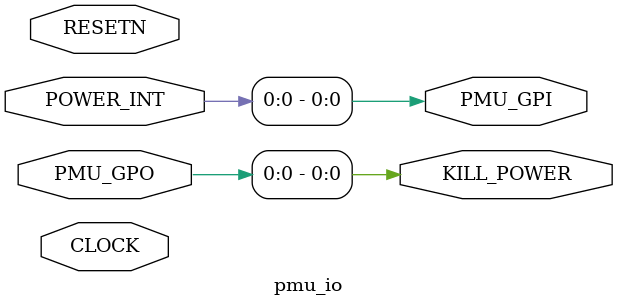
<source format=v>

`timescale 1ps/1ps

module pmu_io # 
(
    parameter CLOCK_FREQUENCE = 300000000,
    parameter POWERKILL_DELAY = 300000000
)    
(
    input wire CLOCK,
    input wire RESETN,

    (* X_INTERFACE_IGNORE = "true" *)
    input wire [31:0] PMU_GPO,
    (* X_INTERFACE_IGNORE = "true" *)
    output wire [31:0] PMU_GPI,

    (* X_INTERFACE_MODE = "Master" *)
    (* X_INTERFACE_INFO = "divashin:user:pmu_io:1.0 PMU_IO POWER_INT" *)
    input wire POWER_INT,
    (* X_INTERFACE_INFO = "divashin:user:pmu_io:1.0 PMU_IO KILL_POWER" *)
    output wire KILL_POWER
);

//reg [31:0] kill_counter;
//always @(posedge CLOCK) begin
//    if (!RESETN) begin
//        kill_counter <= 0;
//        KILL_POWER <= 0;
//    end else begin
//        if (PMU_GPO[0]) begin
//            kill_counter <= kill_counter + 1;
//            if (kill_counter >= POWERKILL_DELAY) begin
//                KILL_POWER <= 1;
//            end
//        end
//    end
//end

assign PMU_GPI[0] = POWER_INT;
assign KILL_POWER = PMU_GPO[0];

endmodule                        

</source>
